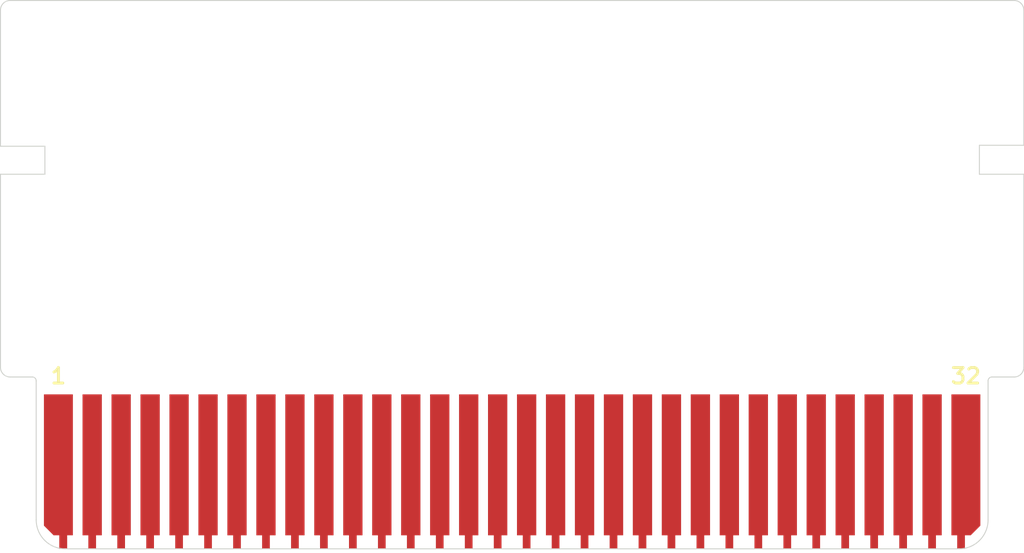
<source format=kicad_pcb>
(kicad_pcb (version 20171130) (host pcbnew "(5.1.6-0-10_14)")

  (general
    (thickness 0.8)
    (drawings 25)
    (tracks 0)
    (zones 0)
    (modules 1)
    (nets 33)
  )

  (page A4)
  (layers
    (0 F.Cu signal)
    (31 B.Cu signal)
    (32 B.Adhes user)
    (33 F.Adhes user)
    (34 B.Paste user)
    (35 F.Paste user)
    (36 B.SilkS user)
    (37 F.SilkS user)
    (38 B.Mask user hide)
    (39 F.Mask user hide)
    (40 Dwgs.User user)
    (41 Cmts.User user)
    (42 Eco1.User user)
    (43 Eco2.User user)
    (44 Edge.Cuts user)
    (45 Margin user)
    (46 B.CrtYd user)
    (47 F.CrtYd user)
    (48 B.Fab user)
    (49 F.Fab user hide)
  )

  (setup
    (last_trace_width 0.25)
    (trace_clearance 0.2)
    (zone_clearance 0.508)
    (zone_45_only no)
    (trace_min 0.2)
    (via_size 0.8)
    (via_drill 0.4)
    (via_min_size 0.4)
    (via_min_drill 0.3)
    (uvia_size 0.3)
    (uvia_drill 0.1)
    (uvias_allowed no)
    (uvia_min_size 0.2)
    (uvia_min_drill 0.1)
    (edge_width 0.05)
    (segment_width 0.2)
    (pcb_text_width 0.3)
    (pcb_text_size 1.5 1.5)
    (mod_edge_width 0.12)
    (mod_text_size 1 1)
    (mod_text_width 0.15)
    (pad_size 1.524 1.524)
    (pad_drill 0.762)
    (pad_to_mask_clearance 0.05)
    (aux_axis_origin 0 0)
    (visible_elements FFFFFF7F)
    (pcbplotparams
      (layerselection 0x010fc_ffffffff)
      (usegerberextensions false)
      (usegerberattributes true)
      (usegerberadvancedattributes true)
      (creategerberjobfile true)
      (excludeedgelayer true)
      (linewidth 0.100000)
      (plotframeref false)
      (viasonmask false)
      (mode 1)
      (useauxorigin false)
      (hpglpennumber 1)
      (hpglpenspeed 20)
      (hpglpendiameter 15.000000)
      (psnegative false)
      (psa4output false)
      (plotreference true)
      (plotvalue true)
      (plotinvisibletext false)
      (padsonsilk false)
      (subtractmaskfromsilk false)
      (outputformat 1)
      (mirror false)
      (drillshape 1)
      (scaleselection 1)
      (outputdirectory ""))
  )

  (net 0 "")
  (net 1 "Net-(J1-Pad32)")
  (net 2 "Net-(J1-Pad1)")
  (net 3 "Net-(J1-Pad31)")
  (net 4 "Net-(J1-Pad30)")
  (net 5 "Net-(J1-Pad29)")
  (net 6 "Net-(J1-Pad28)")
  (net 7 "Net-(J1-Pad27)")
  (net 8 "Net-(J1-Pad26)")
  (net 9 "Net-(J1-Pad25)")
  (net 10 "Net-(J1-Pad24)")
  (net 11 "Net-(J1-Pad23)")
  (net 12 "Net-(J1-Pad22)")
  (net 13 "Net-(J1-Pad21)")
  (net 14 "Net-(J1-Pad20)")
  (net 15 "Net-(J1-Pad19)")
  (net 16 "Net-(J1-Pad18)")
  (net 17 "Net-(J1-Pad17)")
  (net 18 "Net-(J1-Pad16)")
  (net 19 "Net-(J1-Pad15)")
  (net 20 "Net-(J1-Pad14)")
  (net 21 "Net-(J1-Pad13)")
  (net 22 "Net-(J1-Pad12)")
  (net 23 "Net-(J1-Pad11)")
  (net 24 "Net-(J1-Pad10)")
  (net 25 "Net-(J1-Pad9)")
  (net 26 "Net-(J1-Pad8)")
  (net 27 "Net-(J1-Pad7)")
  (net 28 "Net-(J1-Pad6)")
  (net 29 "Net-(J1-Pad5)")
  (net 30 "Net-(J1-Pad4)")
  (net 31 "Net-(J1-Pad3)")
  (net 32 "Net-(J1-Pad2)")

  (net_class Default "This is the default net class."
    (clearance 0.2)
    (trace_width 0.25)
    (via_dia 0.8)
    (via_drill 0.4)
    (uvia_dia 0.3)
    (uvia_drill 0.1)
    (add_net "Net-(J1-Pad1)")
    (add_net "Net-(J1-Pad10)")
    (add_net "Net-(J1-Pad11)")
    (add_net "Net-(J1-Pad12)")
    (add_net "Net-(J1-Pad13)")
    (add_net "Net-(J1-Pad14)")
    (add_net "Net-(J1-Pad15)")
    (add_net "Net-(J1-Pad16)")
    (add_net "Net-(J1-Pad17)")
    (add_net "Net-(J1-Pad18)")
    (add_net "Net-(J1-Pad19)")
    (add_net "Net-(J1-Pad2)")
    (add_net "Net-(J1-Pad20)")
    (add_net "Net-(J1-Pad21)")
    (add_net "Net-(J1-Pad22)")
    (add_net "Net-(J1-Pad23)")
    (add_net "Net-(J1-Pad24)")
    (add_net "Net-(J1-Pad25)")
    (add_net "Net-(J1-Pad26)")
    (add_net "Net-(J1-Pad27)")
    (add_net "Net-(J1-Pad28)")
    (add_net "Net-(J1-Pad29)")
    (add_net "Net-(J1-Pad3)")
    (add_net "Net-(J1-Pad30)")
    (add_net "Net-(J1-Pad31)")
    (add_net "Net-(J1-Pad32)")
    (add_net "Net-(J1-Pad4)")
    (add_net "Net-(J1-Pad5)")
    (add_net "Net-(J1-Pad6)")
    (add_net "Net-(J1-Pad7)")
    (add_net "Net-(J1-Pad8)")
    (add_net "Net-(J1-Pad9)")
  )

  (module Connector_GameBoy:GameBoy_GamePak_DMG-09_P1.50mm_Edge (layer F.Cu) (tedit 5EDD64FD) (tstamp 5EDD6660)
    (at 150 130.8)
    (descr "Game Boy Game Pak (DMG) edge connector")
    (tags "game boy game pak dmg edge connector")
    (path /5EDD4475)
    (fp_text reference J1 (at -22.05 -9) (layer F.Fab) hide
      (effects (font (size 1 1) (thickness 0.15)) (justify left))
    )
    (fp_text value GameBoy_GamePak_DMG-09 (at 0 1.5) (layer F.Fab) hide
      (effects (font (size 1 1) (thickness 0.15)))
    )
    (fp_poly (pts (xy -23.05 0) (xy -23.45 0) (xy -23.45 -0.7) (xy -23.05 -0.7)) (layer F.Cu) (width 0))
    (fp_line (start -23.15 0) (end 23.15 0) (layer F.Fab) (width 0.05))
    (fp_poly (pts (xy 24.9 -0.7) (xy -24.9 -0.7) (xy -24.9 -7) (xy 24.9 -7)) (layer F.Mask) (width 0))
    (fp_line (start 24.65 -1.5) (end 24.65 -8.7) (layer F.Fab) (width 0.05))
    (fp_line (start -25 -8.9) (end -24.85 -8.9) (layer F.Fab) (width 0.05))
    (fp_line (start 24.85 -8.9) (end 25 -8.9) (layer F.Fab) (width 0.05))
    (fp_line (start -24.65 -1.5) (end -24.65 -8.7) (layer F.Fab) (width 0.05))
    (fp_arc (start 24.85 -8.7) (end 24.85 -8.9) (angle -90) (layer F.Fab) (width 0.05))
    (fp_arc (start 25 -9.4) (end 25 -8.9) (angle -90) (layer F.Fab) (width 0.05))
    (fp_arc (start -24.85 -8.7) (end -24.65 -8.7) (angle -90) (layer F.Fab) (width 0.05))
    (fp_arc (start -25 -9.4) (end -25.5 -9.4) (angle -90) (layer F.Fab) (width 0.05))
    (fp_text user 32 (at 23.5 -8.95) (layer F.SilkS)
      (effects (font (size 0.8 0.8) (thickness 0.15)))
    )
    (fp_arc (start 23.15 -1.5) (end 23.15 0) (angle -90) (layer F.Fab) (width 0.05))
    (fp_arc (start -23.15 -1.5) (end -24.65 -1.5) (angle -90) (layer F.Fab) (width 0.05))
    (fp_text user 1 (at -23.5 -8.95) (layer F.SilkS)
      (effects (font (size 0.8 0.8) (thickness 0.15)))
    )
    (pad 32 smd custom (at 23.5 -7.5) (size 1 1) (layers F.Cu)
      (net 1 "Net-(J1-Pad32)") (zone_connect 0)
      (options (clearance outline) (anchor rect))
      (primitives
        (gr_poly (pts
           (xy -0.75 6.8) (xy -0.75 -0.5) (xy 0.75 -0.5) (xy 0.75 6.3) (xy 0.25 6.8)
           (xy -0.05 6.8) (xy -0.05 7.5) (xy -0.45 7.5) (xy -0.45 6.8)) (width 0))
      ))
    (pad 1 smd custom (at -23.5 -7.5) (size 1 1) (layers F.Cu)
      (net 2 "Net-(J1-Pad1)") (zone_connect 0)
      (options (clearance outline) (anchor rect))
      (primitives
        (gr_poly (pts
           (xy -0.75 6.3) (xy -0.75 -0.5) (xy 0.75 -0.5) (xy 0.75 6.8) (xy 0.45 6.8)
           (xy 0.45 7.5) (xy 0.05 7.5) (xy 0.05 6.8) (xy -0.25 6.8)) (width 0))
      ))
    (pad 31 smd custom (at 21.75 -7.5) (size 1 1) (layers F.Cu)
      (net 3 "Net-(J1-Pad31)")
      (options (clearance outline) (anchor rect))
      (primitives
        (gr_poly (pts
           (xy 0.5 6.8) (xy 0.2 6.8) (xy 0.2 7.5) (xy -0.2 7.5) (xy -0.2 6.8)
           (xy -0.5 6.8) (xy -0.5 0.5) (xy 0.5 0.5)) (width 0))
      ))
    (pad 30 smd custom (at 20.25 -7.5) (size 1 1) (layers F.Cu)
      (net 4 "Net-(J1-Pad30)")
      (options (clearance outline) (anchor rect))
      (primitives
        (gr_poly (pts
           (xy 0.5 6.8) (xy 0.2 6.8) (xy 0.2 7.5) (xy -0.2 7.5) (xy -0.2 6.8)
           (xy -0.5 6.8) (xy -0.5 0.5) (xy 0.5 0.5)) (width 0))
      ))
    (pad 29 smd custom (at 18.75 -7.5) (size 1 1) (layers F.Cu)
      (net 5 "Net-(J1-Pad29)")
      (options (clearance outline) (anchor rect))
      (primitives
        (gr_poly (pts
           (xy 0.5 6.8) (xy 0.2 6.8) (xy 0.2 7.5) (xy -0.2 7.5) (xy -0.2 6.8)
           (xy -0.5 6.8) (xy -0.5 0.5) (xy 0.5 0.5)) (width 0))
      ))
    (pad 28 smd custom (at 17.25 -7.5) (size 1 1) (layers F.Cu)
      (net 6 "Net-(J1-Pad28)")
      (options (clearance outline) (anchor rect))
      (primitives
        (gr_poly (pts
           (xy 0.5 6.8) (xy 0.2 6.8) (xy 0.2 7.5) (xy -0.2 7.5) (xy -0.2 6.8)
           (xy -0.5 6.8) (xy -0.5 0.5) (xy 0.5 0.5)) (width 0))
      ))
    (pad 27 smd custom (at 15.75 -7.5) (size 1 1) (layers F.Cu)
      (net 7 "Net-(J1-Pad27)")
      (options (clearance outline) (anchor rect))
      (primitives
        (gr_poly (pts
           (xy 0.5 6.8) (xy 0.2 6.8) (xy 0.2 7.5) (xy -0.2 7.5) (xy -0.2 6.8)
           (xy -0.5 6.8) (xy -0.5 0.5) (xy 0.5 0.5)) (width 0))
      ))
    (pad 26 smd custom (at 14.25 -7.5) (size 1 1) (layers F.Cu)
      (net 8 "Net-(J1-Pad26)")
      (options (clearance outline) (anchor rect))
      (primitives
        (gr_poly (pts
           (xy 0.5 6.8) (xy 0.2 6.8) (xy 0.2 7.5) (xy -0.2 7.5) (xy -0.2 6.8)
           (xy -0.5 6.8) (xy -0.5 0.5) (xy 0.5 0.5)) (width 0))
      ))
    (pad 25 smd custom (at 12.75 -7.5) (size 1 1) (layers F.Cu)
      (net 9 "Net-(J1-Pad25)")
      (options (clearance outline) (anchor rect))
      (primitives
        (gr_poly (pts
           (xy 0.5 6.8) (xy 0.2 6.8) (xy 0.2 7.5) (xy -0.2 7.5) (xy -0.2 6.8)
           (xy -0.5 6.8) (xy -0.5 0.5) (xy 0.5 0.5)) (width 0))
      ))
    (pad 24 smd custom (at 11.25 -7.5) (size 1 1) (layers F.Cu)
      (net 10 "Net-(J1-Pad24)")
      (options (clearance outline) (anchor rect))
      (primitives
        (gr_poly (pts
           (xy 0.5 6.8) (xy 0.2 6.8) (xy 0.2 7.5) (xy -0.2 7.5) (xy -0.2 6.8)
           (xy -0.5 6.8) (xy -0.5 0.5) (xy 0.5 0.5)) (width 0))
      ))
    (pad 23 smd custom (at 9.75 -7.5) (size 1 1) (layers F.Cu)
      (net 11 "Net-(J1-Pad23)")
      (options (clearance outline) (anchor rect))
      (primitives
        (gr_poly (pts
           (xy 0.5 6.8) (xy 0.2 6.8) (xy 0.2 7.5) (xy -0.2 7.5) (xy -0.2 6.8)
           (xy -0.5 6.8) (xy -0.5 0.5) (xy 0.5 0.5)) (width 0))
      ))
    (pad 22 smd custom (at 8.25 -7.5) (size 1 1) (layers F.Cu)
      (net 12 "Net-(J1-Pad22)")
      (options (clearance outline) (anchor rect))
      (primitives
        (gr_poly (pts
           (xy 0.5 6.8) (xy 0.2 6.8) (xy 0.2 7.5) (xy -0.2 7.5) (xy -0.2 6.8)
           (xy -0.5 6.8) (xy -0.5 0.5) (xy 0.5 0.5)) (width 0))
      ))
    (pad 21 smd custom (at 6.75 -7.5) (size 1 1) (layers F.Cu)
      (net 13 "Net-(J1-Pad21)")
      (options (clearance outline) (anchor rect))
      (primitives
        (gr_poly (pts
           (xy 0.5 6.8) (xy 0.2 6.8) (xy 0.2 7.5) (xy -0.2 7.5) (xy -0.2 6.8)
           (xy -0.5 6.8) (xy -0.5 0.5) (xy 0.5 0.5)) (width 0))
      ))
    (pad 20 smd custom (at 5.25 -7.5) (size 1 1) (layers F.Cu)
      (net 14 "Net-(J1-Pad20)")
      (options (clearance outline) (anchor rect))
      (primitives
        (gr_poly (pts
           (xy 0.5 6.8) (xy 0.2 6.8) (xy 0.2 7.5) (xy -0.2 7.5) (xy -0.2 6.8)
           (xy -0.5 6.8) (xy -0.5 0.5) (xy 0.5 0.5)) (width 0))
      ))
    (pad 19 smd custom (at 3.75 -7.5) (size 1 1) (layers F.Cu)
      (net 15 "Net-(J1-Pad19)")
      (options (clearance outline) (anchor rect))
      (primitives
        (gr_poly (pts
           (xy 0.5 6.8) (xy 0.2 6.8) (xy 0.2 7.5) (xy -0.2 7.5) (xy -0.2 6.8)
           (xy -0.5 6.8) (xy -0.5 0.5) (xy 0.5 0.5)) (width 0))
      ))
    (pad 18 smd custom (at 2.25 -7.5) (size 1 1) (layers F.Cu)
      (net 16 "Net-(J1-Pad18)")
      (options (clearance outline) (anchor rect))
      (primitives
        (gr_poly (pts
           (xy 0.5 6.8) (xy 0.2 6.8) (xy 0.2 7.5) (xy -0.2 7.5) (xy -0.2 6.8)
           (xy -0.5 6.8) (xy -0.5 0.5) (xy 0.5 0.5)) (width 0))
      ))
    (pad 17 smd custom (at 0.75 -7.5) (size 1 1) (layers F.Cu)
      (net 17 "Net-(J1-Pad17)")
      (options (clearance outline) (anchor rect))
      (primitives
        (gr_poly (pts
           (xy 0.5 6.8) (xy 0.2 6.8) (xy 0.2 7.5) (xy -0.2 7.5) (xy -0.2 6.8)
           (xy -0.5 6.8) (xy -0.5 0.5) (xy 0.5 0.5)) (width 0))
      ))
    (pad 16 smd custom (at -0.75 -7.5) (size 1 1) (layers F.Cu)
      (net 18 "Net-(J1-Pad16)")
      (options (clearance outline) (anchor rect))
      (primitives
        (gr_poly (pts
           (xy 0.5 6.8) (xy 0.2 6.8) (xy 0.2 7.5) (xy -0.2 7.5) (xy -0.2 6.8)
           (xy -0.5 6.8) (xy -0.5 0.5) (xy 0.5 0.5)) (width 0))
      ))
    (pad 15 smd custom (at -2.25 -7.5) (size 1 1) (layers F.Cu)
      (net 19 "Net-(J1-Pad15)")
      (options (clearance outline) (anchor rect))
      (primitives
        (gr_poly (pts
           (xy 0.5 6.8) (xy 0.2 6.8) (xy 0.2 7.5) (xy -0.2 7.5) (xy -0.2 6.8)
           (xy -0.5 6.8) (xy -0.5 0.5) (xy 0.5 0.5)) (width 0))
      ))
    (pad 14 smd custom (at -3.75 -7.5) (size 1 1) (layers F.Cu)
      (net 20 "Net-(J1-Pad14)")
      (options (clearance outline) (anchor rect))
      (primitives
        (gr_poly (pts
           (xy 0.5 6.8) (xy 0.2 6.8) (xy 0.2 7.5) (xy -0.2 7.5) (xy -0.2 6.8)
           (xy -0.5 6.8) (xy -0.5 0.5) (xy 0.5 0.5)) (width 0))
      ))
    (pad 13 smd custom (at -5.25 -7.5) (size 1 1) (layers F.Cu)
      (net 21 "Net-(J1-Pad13)")
      (options (clearance outline) (anchor rect))
      (primitives
        (gr_poly (pts
           (xy 0.5 6.8) (xy 0.2 6.8) (xy 0.2 7.5) (xy -0.2 7.5) (xy -0.2 6.8)
           (xy -0.5 6.8) (xy -0.5 0.5) (xy 0.5 0.5)) (width 0))
      ))
    (pad 12 smd custom (at -6.75 -7.5) (size 1 1) (layers F.Cu)
      (net 22 "Net-(J1-Pad12)")
      (options (clearance outline) (anchor rect))
      (primitives
        (gr_poly (pts
           (xy 0.5 6.8) (xy 0.2 6.8) (xy 0.2 7.5) (xy -0.2 7.5) (xy -0.2 6.8)
           (xy -0.5 6.8) (xy -0.5 0.5) (xy 0.5 0.5)) (width 0))
      ))
    (pad 11 smd custom (at -8.25 -7.5) (size 1 1) (layers F.Cu)
      (net 23 "Net-(J1-Pad11)")
      (options (clearance outline) (anchor rect))
      (primitives
        (gr_poly (pts
           (xy 0.5 6.8) (xy 0.2 6.8) (xy 0.2 7.5) (xy -0.2 7.5) (xy -0.2 6.8)
           (xy -0.5 6.8) (xy -0.5 0.5) (xy 0.5 0.5)) (width 0))
      ))
    (pad 10 smd custom (at -9.75 -7.5) (size 1 1) (layers F.Cu)
      (net 24 "Net-(J1-Pad10)")
      (options (clearance outline) (anchor rect))
      (primitives
        (gr_poly (pts
           (xy 0.5 6.8) (xy 0.2 6.8) (xy 0.2 7.5) (xy -0.2 7.5) (xy -0.2 6.8)
           (xy -0.5 6.8) (xy -0.5 0.5) (xy 0.5 0.5)) (width 0))
      ))
    (pad 9 smd custom (at -11.25 -7.5) (size 1 1) (layers F.Cu)
      (net 25 "Net-(J1-Pad9)")
      (options (clearance outline) (anchor rect))
      (primitives
        (gr_poly (pts
           (xy 0.5 6.8) (xy 0.2 6.8) (xy 0.2 7.5) (xy -0.2 7.5) (xy -0.2 6.8)
           (xy -0.5 6.8) (xy -0.5 0.5) (xy 0.5 0.5)) (width 0))
      ))
    (pad 8 smd custom (at -12.75 -7.5) (size 1 1) (layers F.Cu)
      (net 26 "Net-(J1-Pad8)")
      (options (clearance outline) (anchor rect))
      (primitives
        (gr_poly (pts
           (xy 0.5 6.8) (xy 0.2 6.8) (xy 0.2 7.5) (xy -0.2 7.5) (xy -0.2 6.8)
           (xy -0.5 6.8) (xy -0.5 0.5) (xy 0.5 0.5)) (width 0))
      ))
    (pad 7 smd custom (at -14.25 -7.5) (size 1 1) (layers F.Cu)
      (net 27 "Net-(J1-Pad7)")
      (options (clearance outline) (anchor rect))
      (primitives
        (gr_poly (pts
           (xy 0.5 6.8) (xy 0.2 6.8) (xy 0.2 7.5) (xy -0.2 7.5) (xy -0.2 6.8)
           (xy -0.5 6.8) (xy -0.5 0.5) (xy 0.5 0.5)) (width 0))
      ))
    (pad 6 smd custom (at -15.75 -7.5) (size 1 1) (layers F.Cu)
      (net 28 "Net-(J1-Pad6)")
      (options (clearance outline) (anchor rect))
      (primitives
        (gr_poly (pts
           (xy 0.5 6.8) (xy 0.2 6.8) (xy 0.2 7.5) (xy -0.2 7.5) (xy -0.2 6.8)
           (xy -0.5 6.8) (xy -0.5 0.5) (xy 0.5 0.5)) (width 0))
      ))
    (pad 5 smd custom (at -17.25 -7.5) (size 1 1) (layers F.Cu)
      (net 29 "Net-(J1-Pad5)")
      (options (clearance outline) (anchor rect))
      (primitives
        (gr_poly (pts
           (xy 0.5 6.8) (xy 0.2 6.8) (xy 0.2 7.5) (xy -0.2 7.5) (xy -0.2 6.8)
           (xy -0.5 6.8) (xy -0.5 0.5) (xy 0.5 0.5)) (width 0))
      ))
    (pad 4 smd custom (at -18.75 -7.5) (size 1 1) (layers F.Cu)
      (net 30 "Net-(J1-Pad4)")
      (options (clearance outline) (anchor rect))
      (primitives
        (gr_poly (pts
           (xy 0.5 6.8) (xy 0.2 6.8) (xy 0.2 7.5) (xy -0.2 7.5) (xy -0.2 6.8)
           (xy -0.5 6.8) (xy -0.5 0.5) (xy 0.5 0.5)) (width 0))
      ))
    (pad 3 smd custom (at -20.25 -7.5) (size 1 1) (layers F.Cu)
      (net 31 "Net-(J1-Pad3)")
      (options (clearance outline) (anchor rect))
      (primitives
        (gr_poly (pts
           (xy 0.5 6.8) (xy 0.2 6.8) (xy 0.2 7.5) (xy -0.2 7.5) (xy -0.2 6.8)
           (xy -0.5 6.8) (xy -0.5 0.5) (xy 0.5 0.5)) (width 0))
      ))
    (pad 2 smd custom (at -21.75 -7.5) (size 1 1) (layers F.Cu)
      (net 32 "Net-(J1-Pad2)")
      (options (clearance outline) (anchor rect))
      (primitives
        (gr_poly (pts
           (xy 0.5 6.8) (xy 0.2 6.8) (xy 0.2 7.5) (xy -0.2 7.5) (xy -0.2 6.8)
           (xy -0.5 6.8) (xy -0.5 0.5) (xy 0.5 0.5)) (width 0))
      ))
  )

  (gr_arc (start 176 102.9) (end 176.5 102.9) (angle -90) (layer Edge.Cuts) (width 0.05) (tstamp 5F455DDA))
  (gr_arc (start 124 102.9) (end 124 102.4) (angle -90) (layer Edge.Cuts) (width 0.05) (tstamp 5F455DDA))
  (gr_line (start 124 102.4) (end 176 102.4) (layer Edge.Cuts) (width 0.05))
  (gr_arc (start 124 121.4) (end 123.5 121.4) (angle -90) (layer Edge.Cuts) (width 0.05) (tstamp 5F455F10))
  (gr_line (start 176.5 102.9) (end 176.5 109.9) (layer Edge.Cuts) (width 0.05) (tstamp 5F4563A7))
  (gr_line (start 123.5 102.9) (end 123.5 109.95) (layer Edge.Cuts) (width 0.05) (tstamp 5F45639F))
  (gr_arc (start 176 121.4) (end 176 121.9) (angle -90) (layer Edge.Cuts) (width 0.05) (tstamp 5F4560C7))
  (gr_line (start 176.5 111.4) (end 174.2 111.4) (layer Edge.Cuts) (width 0.05) (tstamp 5F4560C5))
  (gr_line (start 174.2 111.4) (end 174.2 109.9) (layer Edge.Cuts) (width 0.05) (tstamp 5F4560C4))
  (gr_line (start 174.2 109.9) (end 176.5 109.9) (layer Edge.Cuts) (width 0.05) (tstamp 5F4560C3))
  (gr_line (start 176.5 111.4) (end 176.5 121.4) (layer Edge.Cuts) (width 0.05) (tstamp 5F4560C2))
  (gr_line (start 174.85 121.9) (end 176 121.9) (layer Edge.Cuts) (width 0.05) (tstamp 5F4560C1))
  (gr_arc (start 125.15 122.1) (end 125.35 122.1) (angle -90) (layer Edge.Cuts) (width 0.05) (tstamp 5F456053))
  (gr_line (start 123.5 111.4) (end 125.8 111.4) (layer Edge.Cuts) (width 0.05) (tstamp 5F455F0F))
  (gr_line (start 125.8 111.4) (end 125.8 109.95) (layer Edge.Cuts) (width 0.05) (tstamp 5F455F0E))
  (gr_line (start 125.8 109.95) (end 123.5 109.95) (layer Edge.Cuts) (width 0.05) (tstamp 5F455F0D))
  (gr_line (start 123.5 111.4) (end 123.5 121.4) (layer Edge.Cuts) (width 0.05) (tstamp 5F455F0C))
  (gr_line (start 124 121.9) (end 125.15 121.9) (layer Edge.Cuts) (width 0.05) (tstamp 5F455F0B))
  (gr_line (start 125.35 129.3) (end 125.35 122.1) (layer Edge.Cuts) (width 0.05) (tstamp 5EDBF172))
  (gr_circle (center 202.4 90) (end 203.65 90) (layer F.Fab) (width 0.05) (tstamp 5F455682))
  (gr_arc (start 126.85 129.3) (end 125.35 129.3) (angle -90) (layer Edge.Cuts) (width 0.05) (tstamp 5EDBF175))
  (gr_arc (start 173.15 129.3) (end 173.15 130.8) (angle -90) (layer Edge.Cuts) (width 0.05) (tstamp 5EDBF174))
  (gr_arc (start 174.85 122.1) (end 174.85 121.9) (angle -90) (layer Edge.Cuts) (width 0.05) (tstamp 5EDBF171))
  (gr_line (start 173.15 130.8) (end 126.85 130.8) (layer Edge.Cuts) (width 0.05) (tstamp 5EDBF16B))
  (gr_line (start 174.65 129.3) (end 174.65 122.1) (layer Edge.Cuts) (width 0.05) (tstamp 5EDBF16A))

)

</source>
